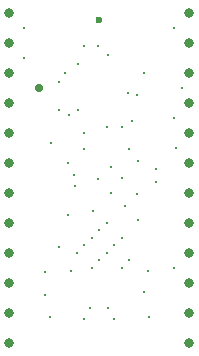
<source format=gbr>
%TF.GenerationSoftware,KiCad,Pcbnew,5.1.6+dfsg1-1~bpo10+1*%
%TF.CreationDate,Date%
%TF.ProjectId,ProMicro_POS,50726f4d-6963-4726-9f5f-504f532e6b69,v3.2*%
%TF.SameCoordinates,Original*%
%TF.FileFunction,Plated,1,2,PTH,Drill*%
%TF.FilePolarity,Positive*%
%FSLAX46Y46*%
G04 Gerber Fmt 4.6, Leading zero omitted, Abs format (unit mm)*
G04 Created by KiCad*
%MOMM*%
%LPD*%
G01*
G04 APERTURE LIST*
%TA.AperFunction,ViaDrill*%
%ADD10C,0.200000*%
%TD*%
%TA.AperFunction,ComponentDrill*%
%ADD11C,0.600000*%
%TD*%
%TA.AperFunction,ComponentDrill*%
%ADD12C,0.700000*%
%TD*%
%TA.AperFunction,ComponentDrill*%
%ADD13C,0.800000*%
%TD*%
G04 APERTURE END LIST*
D10*
X-13970000Y26670000D03*
X-13970000Y24130000D03*
X-12192000Y5969000D03*
X-12192000Y4064000D03*
X-11811000Y2159000D03*
X-11684000Y16891000D03*
X-11051006Y8130000D03*
X-11049000Y22098000D03*
X-11049000Y19685000D03*
X-10541000Y22860000D03*
X-10287000Y15240000D03*
X-10287000Y10795000D03*
X-10160000Y19304000D03*
X-10033000Y6096000D03*
X-9779000Y14224000D03*
X-9715500Y13271500D03*
X-9525000Y7620000D03*
X-9461500Y19748500D03*
X-9398000Y23622000D03*
X-8890000Y25146000D03*
X-8890000Y17780000D03*
X-8890000Y16383000D03*
X-8890000Y8255000D03*
X-8890000Y2032000D03*
X-8382000Y2921000D03*
X-8255000Y8890000D03*
X-8255000Y6350000D03*
X-8128000Y11176000D03*
X-7747000Y25146000D03*
X-7747000Y13843000D03*
X-7620000Y9525000D03*
X-7620000Y6985000D03*
X-6985000Y18234490D03*
X-6985000Y10160000D03*
X-6985000Y7620000D03*
X-6858000Y24384000D03*
X-6858000Y2921000D03*
X-6604000Y14859000D03*
X-6604000Y12700000D03*
X-6350000Y8255000D03*
X-6350000Y2032000D03*
X-5715000Y18234490D03*
X-5715000Y13970000D03*
X-5715000Y8890000D03*
X-5715000Y6350000D03*
X-5461000Y11557000D03*
X-5241283Y21116338D03*
X-5080000Y16383000D03*
X-5080000Y6985000D03*
X-4826000Y18796000D03*
X-4445000Y20955000D03*
X-4445000Y12573000D03*
X-4318000Y15367000D03*
X-4318000Y10414000D03*
X-3810000Y22860000D03*
X-3810000Y4318000D03*
X-3492500Y6096000D03*
X-3429000Y2159000D03*
X-2870000Y14730000D03*
X-2870000Y13630000D03*
X-1270000Y26670000D03*
X-1270000Y19050000D03*
X-1270000Y6350000D03*
X-1143000Y16510000D03*
X-635000Y21590000D03*
D11*
%TO.C,H2*%
X-7620000Y27305000D03*
D12*
%TO.C,TP4*%
X-12700000Y21590000D03*
D13*
%TO.C,A1*%
X-15240000Y27940000D03*
X-15240000Y25400000D03*
X-15240000Y22860000D03*
X-15240000Y20320000D03*
X-15240000Y17780000D03*
X-15240000Y15240000D03*
X-15240000Y12700000D03*
X-15240000Y10160000D03*
X-15240000Y7620000D03*
X-15240000Y5080000D03*
X-15240000Y2540000D03*
X-15240000Y0D03*
X0Y27940000D03*
X0Y25400000D03*
X0Y22860000D03*
X0Y20320000D03*
X0Y17780000D03*
X0Y15240000D03*
X0Y12700000D03*
X0Y10160000D03*
X0Y7620000D03*
X0Y5080000D03*
X0Y2540000D03*
X0Y0D03*
M02*

</source>
